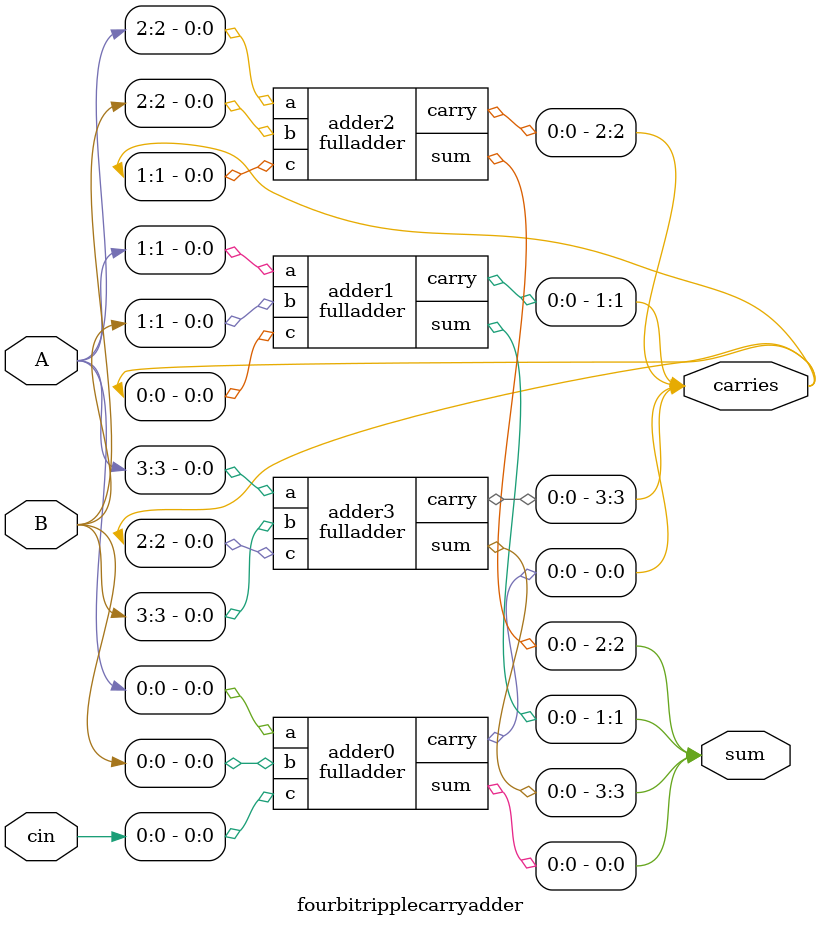
<source format=sv>
module fulladder(a,b,c,sum,carry);
  input a;
  input b;
  input c;
  output carry;
  output sum;
  assign sum=a^b^c;
  assign carry=(a&b)|(b&c)|(c&a);
endmodule
module fourbitripplecarryadder(A,B,cin,sum,carries);
  input [3:0]A;
  input [3:0]B;
  input [1:0]cin;
  output [3:0]carries;
  output [3:0]sum;
  // instantiation
  // no need for clock since combinational ckt
  fulladder adder0(A[0],B[0],cin,sum[0],carries[0]);
  fulladder adder1(A[1],B[1],carries[0],sum[1],carries[1]);
  fulladder adder2(A[2],B[2],carries[1],sum[2],carries[2]);
  fulladder adder3(A[3],B[3],carries[2],sum[3],carries[3]);
endmodule
  
</source>
